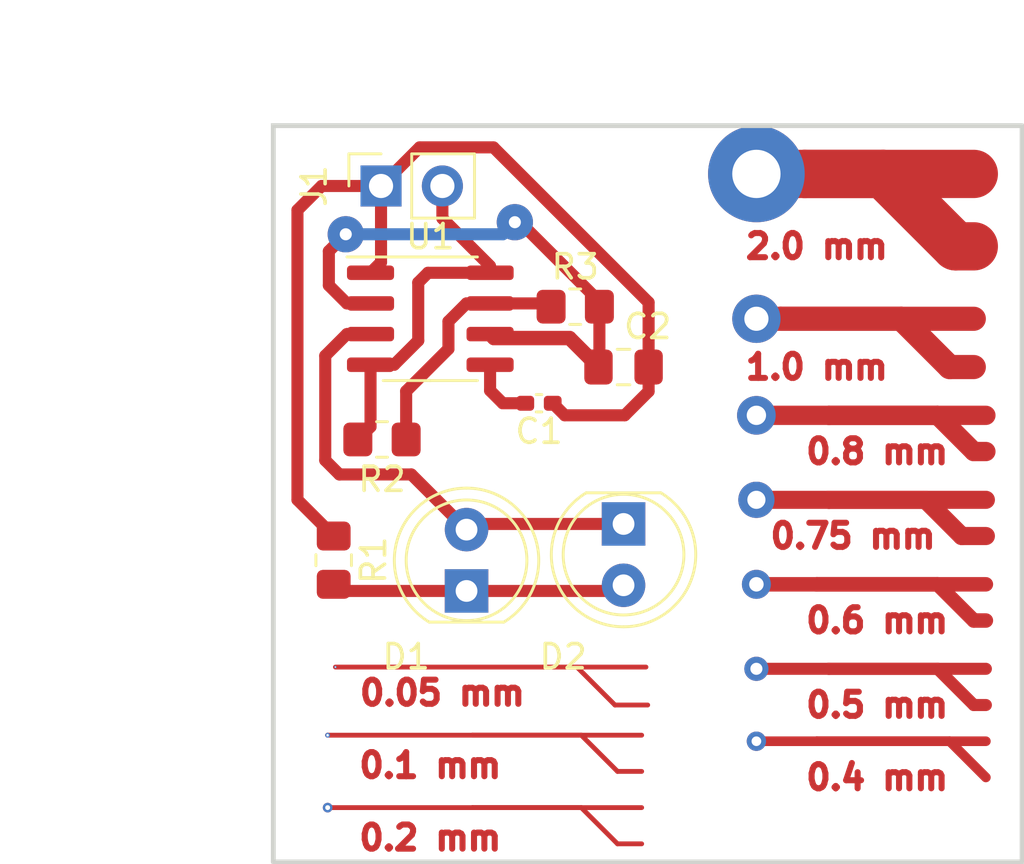
<source format=kicad_pcb>
(kicad_pcb (version 20211014) (generator pcbnew)
  (title_block (title "555-Timer-TestCircet") (date "2022-05-05") (rev "v0.1"))
  (layers (0 "F.Cu" signal) (31 "B.Cu" signal) (34 "B.Paste" user) (35 "F.Paste" user) (36 "B.SilkS" user "B.Silkscreen") (37 "F.SilkS" user "F.Silkscreen") (38 "B.Mask" user) (39 "F.Mask" user) (44 "Edge.Cuts" user))
  (net 0 "")
  (net 1 "GND")
  (net 2 "Net-(C1-Pad2)")
  (net 3 "Net-(C2-Pad1)")
  (net 4 "Net-(D1-Pad1)")
  (net 5 "Net-(D1-Pad2)")
  (net 6 "+5V")
  (net 7 "Net-(R2-Pad1)")
  (footprint "LED_THT:LED_D5.0mm" (layer "F.Cu") (at 33.5 36.5 -90)
    (fp_text reference "D2" (at 5.5 2.5 180) (layer "F.SilkS"))
    (fp_text value "LED")
    (fp_line (start -1.29 -1.545) (end -1.29 1.545) (layer "F.SilkS") (width 0.12))
    (fp_arc (start 4.26 -0.000462) (mid 2.072002 2.880433) (end -1.29 1.54483) (layer "F.SilkS") (width 0.12))
    (fp_arc (start -1.29 -1.54483) (mid 2.072002 -2.880433) (end 4.26 0.000462) (layer "F.SilkS") (width 0.12))
    (fp_circle (center 1.27 0) (end 3.77 0) (layer "F.SilkS") (width 0.12) (fill none))
    (pad "1" thru_hole rect (at 0 0 270) (size 1.8 1.8) (drill 0.9) (layers *.Cu *.Mask) (net 5 "Net-(D1-Pad2)"))
    (pad "2" thru_hole circle (at 2.54 0 270) (size 1.8 1.8) (drill 0.9) (layers *.Cu *.Mask) (net 4 "Net-(D1-Pad1)"))
  )
  (footprint "Connector_PinSocket_2.54mm:PinSocket_1x02_P2.54mm_Vertical" (layer "F.Cu") (at 23.46 22.5 90)
    (fp_text reference "J1" (at 0 -2.77 90) (layer "F.SilkS"))
    (fp_text value "Conn_01x02_Male")
    (fp_line (start 1.33 -1.33) (end 1.33 0) (layer "F.SilkS") (width 0.12))
    (fp_line (start -1.33 3.87) (end 1.33 3.87) (layer "F.SilkS") (width 0.12))
    (fp_line (start 0 -1.33) (end 1.33 -1.33) (layer "F.SilkS") (width 0.12))
    (fp_line (start -1.33 1.27) (end -1.33 3.87) (layer "F.SilkS") (width 0.12))
    (fp_line (start 1.33 1.27) (end 1.33 3.87) (layer "F.SilkS") (width 0.12))
    (fp_line (start -1.33 1.27) (end 1.33 1.27) (layer "F.SilkS") (width 0.12))
    (pad "1" thru_hole rect (at 0 0 90) (size 1.7 1.7) (drill 1) (layers *.Cu *.Mask) (net 1 "GND"))
    (pad "2" thru_hole oval (at 0 2.54 90) (size 1.7 1.7) (drill 1) (layers *.Cu *.Mask) (net 6 "+5V"))
  )
  (footprint "Resistor_SMD:R_0805_2012Metric_Pad1.20x1.40mm_HandSolder" (layer "F.Cu") (at 21.5 38 -90)
    (fp_text reference "R1" (at 0 -1.65 90) (layer "F.SilkS"))
    (fp_text value "220")
    (fp_line (start -0.227064 -0.735) (end 0.227064 -0.735) (layer "F.SilkS") (width 0.12))
    (fp_line (start -0.227064 0.735) (end 0.227064 0.735) (layer "F.SilkS") (width 0.12))
    (pad "1" smd roundrect (at -1 0 270) (size 1.2 1.4) (layers "F.Cu" "F.Paste" "F.Mask") (roundrect_rratio 0.2083333333) (net 1 "GND"))
    (pad "2" smd roundrect (at 1 0 270) (size 1.2 1.4) (layers "F.Cu" "F.Paste" "F.Mask") (roundrect_rratio 0.2083333333) (net 4 "Net-(D1-Pad1)"))
  )
  (footprint "LED_THT:LED_D5.0mm" (layer "F.Cu") (at 27 39.275 90)
    (fp_text reference "D1" (at -2.725 -2.5 180) (layer "F.SilkS"))
    (fp_text value "LED")
    (fp_line (start -1.29 -1.545) (end -1.29 1.545) (layer "F.SilkS") (width 0.12))
    (fp_arc (start 4.26 -0.000462) (mid 2.072002 2.880433) (end -1.29 1.54483) (layer "F.SilkS") (width 0.12))
    (fp_arc (start -1.29 -1.54483) (mid 2.072002 -2.880433) (end 4.26 0.000462) (layer "F.SilkS") (width 0.12))
    (fp_circle (center 1.27 0) (end 3.77 0) (layer "F.SilkS") (width 0.12) (fill none))
    (pad "1" thru_hole rect (at 0 0 90) (size 1.8 1.8) (drill 0.9) (layers *.Cu *.Mask) (net 4 "Net-(D1-Pad1)"))
    (pad "2" thru_hole circle (at 2.54 0 90) (size 1.8 1.8) (drill 0.9) (layers *.Cu *.Mask) (net 5 "Net-(D1-Pad2)"))
  )
  (footprint "Resistor_SMD:R_0805_2012Metric_Pad1.20x1.40mm_HandSolder" (layer "F.Cu") (at 23.5 33 180)
    (fp_text reference "R2" (at 0 -1.65) (layer "F.SilkS"))
    (fp_text value "40k")
    (fp_line (start -0.227064 0.735) (end 0.227064 0.735) (layer "F.SilkS") (width 0.12))
    (fp_line (start -0.227064 -0.735) (end 0.227064 -0.735) (layer "F.SilkS") (width 0.12))
    (pad "1" smd roundrect (at -1 0 180) (size 1.2 1.4) (layers "F.Cu" "F.Paste" "F.Mask") (roundrect_rratio 0.2083333333) (net 7 "Net-(R2-Pad1)"))
    (pad "2" smd roundrect (at 1 0 180) (size 1.2 1.4) (layers "F.Cu" "F.Paste" "F.Mask") (roundrect_rratio 0.2083333333) (net 6 "+5V"))
  )
  (footprint "Capacitor_SMD:C_0402_1005Metric_Pad0.74x0.62mm_HandSolder" (layer "F.Cu") (at 30 31.5 180)
    (fp_text reference "C1" (at 0 -1.16) (layer "F.SilkS"))
    (fp_text value "10n")
    (fp_line (start -0.115835 -0.36) (end 0.115835 -0.36) (layer "F.SilkS") (width 0.12))
    (fp_line (start -0.115835 0.36) (end 0.115835 0.36) (layer "F.SilkS") (width 0.12))
    (pad "1" smd roundrect (at -0.5675 0 180) (size 0.735 0.62) (layers "F.Cu" "F.Paste" "F.Mask") (net 1 "GND"))
    (pad "2" smd roundrect (at 0.5675 0 180) (size 0.735 0.62) (layers "F.Cu" "F.Paste" "F.Mask") (net 2 "Net-(C1-Pad2)"))
  )
  (footprint "Capacitor_SMD:C_0805_2012Metric_Pad1.18x1.45mm_HandSolder" (layer "F.Cu") (at 33.5 30)
    (fp_text reference "C2" (at 1 -1.68) (layer "F.SilkS"))
    (fp_text value "10µ")
    (fp_line (start -0.261252 0.735) (end 0.261252 0.735) (layer "F.SilkS") (width 0.12))
    (fp_line (start -0.261252 -0.735) (end 0.261252 -0.735) (layer "F.SilkS") (width 0.12))
    (pad "1" smd roundrect (at -1.0375 0) (size 1.175 1.45) (layers "F.Cu" "F.Paste" "F.Mask") (roundrect_rratio 0.2127659574) (net 3 "Net-(C2-Pad1)"))
    (pad "2" smd roundrect (at 1.0375 0) (size 1.175 1.45) (layers "F.Cu" "F.Paste" "F.Mask") (roundrect_rratio 0.2127659574) (net 1 "GND"))
  )
  (footprint "Package_SO:SOIC-8_3.9x4.9mm_P1.27mm" (layer "F.Cu") (at 25.5 28)
    (fp_text reference "U1" (at 0 -3.4) (layer "F.SilkS"))
    (fp_text value "NE555D")
    (fp_line (start 0 2.56) (end 1.95 2.56) (layer "F.SilkS") (width 0.12))
    (fp_line (start 0 -2.56) (end 1.95 -2.56) (layer "F.SilkS") (width 0.12))
    (fp_line (start 0 -2.56) (end -3.45 -2.56) (layer "F.SilkS") (width 0.12))
    (fp_line (start 0 2.56) (end -1.95 2.56) (layer "F.SilkS") (width 0.12))
    (pad "1" smd roundrect (at -2.475 -1.905) (size 1.95 0.6) (layers "F.Cu" "F.Paste" "F.Mask") (net 1 "GND"))
    (pad "2" smd roundrect (at -2.475 -0.635) (size 1.95 0.6) (layers "F.Cu" "F.Paste" "F.Mask") (net 3 "Net-(C2-Pad1)"))
    (pad "3" smd roundrect (at -2.475 0.635) (size 1.95 0.6) (layers "F.Cu" "F.Paste" "F.Mask") (net 5 "Net-(D1-Pad2)"))
    (pad "4" smd roundrect (at -2.475 1.905) (size 1.95 0.6) (layers "F.Cu" "F.Paste" "F.Mask") (net 6 "+5V"))
    (pad "5" smd roundrect (at 2.475 1.905) (size 1.95 0.6) (layers "F.Cu" "F.Paste" "F.Mask") (net 2 "Net-(C1-Pad2)"))
    (pad "6" smd roundrect (at 2.475 0.635) (size 1.95 0.6) (layers "F.Cu" "F.Paste" "F.Mask") (net 3 "Net-(C2-Pad1)"))
    (pad "7" smd roundrect (at 2.475 -0.635) (size 1.95 0.6) (layers "F.Cu" "F.Paste" "F.Mask") (net 7 "Net-(R2-Pad1)"))
    (pad "8" smd roundrect (at 2.475 -1.905) (size 1.95 0.6) (layers "F.Cu" "F.Paste" "F.Mask") (net 6 "+5V"))
  )
  (footprint "Resistor_SMD:R_0805_2012Metric_Pad1.20x1.40mm_HandSolder" (layer "F.Cu") (at 31.5 27.5)
    (fp_text reference "R3" (at 0 -1.65) (layer "F.SilkS"))
    (fp_text value "10k")
    (fp_line (start -0.227064 -0.735) (end 0.227064 -0.735) (layer "F.SilkS") (width 0.12))
    (fp_line (start -0.227064 0.735) (end 0.227064 0.735) (layer "F.SilkS") (width 0.12))
    (pad "1" smd roundrect (at -1 0) (size 1.2 1.4) (layers "F.Cu" "F.Paste" "F.Mask") (roundrect_rratio 0.2083333333) (net 7 "Net-(R2-Pad1)"))
    (pad "2" smd roundrect (at 1 0) (size 1.2 1.4) (layers "F.Cu" "F.Paste" "F.Mask") (roundrect_rratio 0.2083333333) (net 3 "Net-(C2-Pad1)"))
  )
  (gr_rect (start 19 20) (end 50 50.5) (layer "Edge.Cuts") (width 0.2) (fill none))
  (gr_text "0.2 mm" (at 25.5 49.5) (layer "F.Cu") (effects (font (size 1 1) (thickness 0.25))))
  (gr_text "1.0 mm" (at 41.5 30) (layer "F.Cu") (effects (font (size 1 1) (thickness 0.25))))
  (gr_text "0.05 mm" (at 26 43.5) (layer "F.Cu") (effects (font (size 1 1) (thickness 0.25))))
  (gr_text "0.8 mm" (at 44 33.5) (layer "F.Cu") (effects (font (size 1 1) (thickness 0.25))))
  (gr_text "0.75 mm" (at 43 37) (layer "F.Cu") (effects (font (size 1 1) (thickness 0.25))))
  (gr_text "0.6 mm" (at 44 40.5) (layer "F.Cu") (effects (font (size 1 1) (thickness 0.25))))
  (gr_text "0.4 mm" (at 44 47) (layer "F.Cu") (effects (font (size 1 1) (thickness 0.25))))
  (gr_text "0.5 mm" (at 44 44) (layer "F.Cu") (effects (font (size 1 1) (thickness 0.25))))
  (gr_text "2.0 mm" (at 41.5 25) (layer "F.Cu") (effects (font (size 1 1) (thickness 0.25))))
  (gr_text "0.1 mm" (at 25.5 46.5) (layer "F.Cu") (effects (font (size 1 1) (thickness 0.25))))
  (segment (start 48.5 45.5) (end 41.5 45.5) (width 0.4) (layer "F.Cu") (net 0))
  (segment (start 46 35.5) (end 47.5 37) (width 0.75) (layer "F.Cu") (net 0))
  (segment (start 21.25 45.25) (end 27.25 45.25) (width 0.2) (layer "F.Cu") (net 0))
  (segment (start 39 39) (end 41.5 39) (width 0.6) (layer "F.Cu") (net 0))
  (segment (start 41.5 39) (end 48.5 39) (width 0.6) (layer "F.Cu") (net 0))
  (segment (start 31.75 48.25) (end 33.25 49.75) (width 0.2) (layer "F.Cu") (net 0))
  (segment (start 31.75 45.25) (end 33.25 46.75) (width 0.2) (layer "F.Cu") (net 0))
  (segment (start 40 28) (end 45 28) (width 1) (layer "F.Cu") (net 0))
  (segment (start 27.25 48.25) (end 21.25 48.25) (width 0.2) (layer "F.Cu") (net 0))
  (segment (start 48 44) (end 48.5 44) (width 0.5) (layer "F.Cu") (net 0))
  (segment (start 47.5 37) (end 48.5 37) (width 0.75) (layer "F.Cu") (net 0))
  (segment (start 34.25 48.25) (end 27.25 48.25) (width 0.2) (layer "F.Cu") (net 0))
  (segment (start 44.25 22) (end 47.25 25) (width 2) (layer "F.Cu") (net 0))
  (segment (start 41.5 39) (end 46.5 39) (width 0.6) (layer "F.Cu") (net 0))
  (segment (start 47 45.5) (end 48.5 47) (width 0.4) (layer "F.Cu") (net 0))
  (segment (start 45 28) (end 47 30) (width 1) (layer "F.Cu") (net 0))
  (segment (start 39 22) (end 41 22) (width 2) (layer "F.Cu") (net 0))
  (segment (start 39 42.5) (end 42 42.5) (width 0.5) (layer "F.Cu") (net 0))
  (segment (start 33.14428 44) (end 34.5 44) (width 0.2) (layer "F.Cu") (net 0))
  (segment (start 39 28) (end 40 28) (width 1) (layer "F.Cu") (net 0))
  (segment (start 41 22) (end 48 22) (width 2) (layer "F.Cu") (net 0))
  (segment (start 48 40.5) (end 48.5 40.5) (width 0.6) (layer "F.Cu") (net 0))
  (segment (start 48.5 32) (end 42 32) (width 0.8) (layer "F.Cu") (net 0))
  (segment (start 39 35.5) (end 42 35.5) (width 0.75) (layer "F.Cu") (net 0))
  (segment (start 27.25 48.25) (end 31.75 48.25) (width 0.2) (layer "F.Cu") (net 0))
  (segment (start 47.25 25) (end 48 25) (width 2) (layer "F.Cu") (net 0))
  (segment (start 42 35.5) (end 48.5 35.5) (width 0.75) (layer "F.Cu") (net 0))
  (segment (start 21.57214 42.42786) (end 31.57214 42.42786) (width 0.2) (layer "F.Cu") (net 0))
  (segment (start 41.5 45.5) (end 47 45.5) (width 0.4) (layer "F.Cu") (net 0))
  (segment (start 31.57214 42.42786) (end 33.14428 44) (width 0.2) (layer "F.Cu") (net 0))
  (segment (start 46.5 42.5) (end 48 44) (width 0.5) (layer "F.Cu") (net 0))
  (segment (start 33.25 49.75) (end 34.25 49.75) (width 0.2) (layer "F.Cu") (net 0))
  (segment (start 42 42.5) (end 48.5 42.5) (width 0.5) (layer "F.Cu") (net 0))
  (segment (start 27.25 45.25) (end 34.25 45.25) (width 0.2) (layer "F.Cu") (net 0))
  (segment (start 41 22) (end 44.25 22) (width 2) (layer "F.Cu") (net 0))
  (segment (start 42 35.5) (end 46 35.5) (width 0.75) (layer "F.Cu") (net 0))
  (segment (start 46.5 39) (end 48 40.5) (width 0.6) (layer "F.Cu") (net 0))
  (segment (start 41.5 45.5) (end 39 45.5) (width 0.4) (layer "F.Cu") (net 0))
  (segment (start 42 32) (end 39 32) (width 0.8) (layer "F.Cu") (net 0))
  (segment (start 31.57214 42.42786) (end 34.42786 42.42786) (width 0.2) (layer "F.Cu") (net 0))
  (segment (start 48 33.5) (end 48.5 33.5) (width 0.8) (layer "F.Cu") (net 0))
  (segment (start 42 42.5) (end 46.5 42.5) (width 0.5) (layer "F.Cu") (net 0))
  (segment (start 42 32) (end 46.5 32) (width 0.8) (layer "F.Cu") (net 0))
  (segment (start 46.5 32) (end 48 33.5) (width 0.8) (layer "F.Cu") (net 0))
  (segment (start 33.25 46.75) (end 34.25 46.75) (width 0.2) (layer "F.Cu") (net 0))
  (segment (start 47 30) (end 48 30) (width 1) (layer "F.Cu") (net 0))
  (segment (start 40 28) (end 48 28) (width 1) (layer "F.Cu") (net 0))
  (segment (start 27.25 45.25) (end 31.75 45.25) (width 0.2) (layer "F.Cu") (net 0))
  (via (at 39 35.5) (size 1.5) (drill 0.75) (layers "F.Cu" "B.Cu") (net 0))
  (via (at 39 22) (size 4) (drill 2) (layers "F.Cu" "B.Cu") (net 0))
  (via (at 39 28) (size 2) (drill 1) (layers "F.Cu" "B.Cu") (net 0))
  (via (at 39 39) (size 1.2) (drill 0.6) (layers "F.Cu" "B.Cu") (net 0))
  (via (at 21.57214 42.42786) (size 0.1) (drill 0.05) (layers "F.Cu" "B.Cu") (net 0))
  (via (at 39 45.5) (size 0.8) (drill 0.4) (layers "F.Cu" "B.Cu") (net 0))
  (via (at 21.25 48.25) (size 0.4) (drill 0.2) (layers "F.Cu" "B.Cu") (net 0))
  (via (at 39 42.5) (size 1) (drill 0.5) (layers "F.Cu" "B.Cu") (net 0))
  (via (at 39 32) (size 1.6) (drill 0.8) (layers "F.Cu" "B.Cu") (net 0))
  (via (at 21.25 45.25) (size 0.2) (drill 0.1) (layers "F.Cu" "B.Cu") (net 0))
  (segment (start 23.46 22.5) (end 25.059511 20.900489) (width 0.5) (layer "F.Cu") (net 1))
  (segment (start 23.46 25.66) (end 23.025 26.095) (width 0.5) (layer "F.Cu") (net 1))
  (segment (start 21 22.5) (end 20 23.5) (width 0.5) (layer "F.Cu") (net 1))
  (segment (start 25.059511 20.900489) (end 28.114023 20.900489) (width 0.5) (layer "F.Cu") (net 1))
  (segment (start 31.0675 32) (end 33.547134 32) (width 0.5) (layer "F.Cu") (net 1))
  (segment (start 20 23.5) (end 20 35.5) (width 0.5) (layer "F.Cu") (net 1))
  (segment (start 28.114023 20.900489) (end 34.5375 27.323966) (width 0.5) (layer "F.Cu") (net 1))
  (segment (start 34.5375 27.323966) (end 34.5375 30) (width 0.5) (layer "F.Cu") (net 1))
  (segment (start 20 35.5) (end 21.5 37) (width 0.5) (layer "F.Cu") (net 1))
  (segment (start 34.5375 31.009634) (end 34.5375 30) (width 0.5) (layer "F.Cu") (net 1))
  (segment (start 33.547134 32) (end 34.5375 31.009634) (width 0.5) (layer "F.Cu") (net 1))
  (segment (start 23.46 22.5) (end 23.46 25.66) (width 0.5) (layer "F.Cu") (net 1))
  (segment (start 23.46 22.5) (end 21 22.5) (width 0.5) (layer "F.Cu") (net 1))
  (segment (start 30.5675 31.5) (end 31.0675 32) (width 0.5) (layer "F.Cu") (net 1))
  (segment (start 27.975 30.975) (end 28.5 31.5) (width 0.5) (layer "F.Cu") (net 2))
  (segment (start 28.5 31.5) (end 29.4325 31.5) (width 0.5) (layer "F.Cu") (net 2))
  (segment (start 27.975 29.905) (end 27.975 30.975) (width 0.5) (layer "F.Cu") (net 2))
  (segment (start 27.975 28.635) (end 28.13952 28.79952) (width 0.6) (layer "F.Cu") (net 3))
  (segment (start 21.30048 26.617593) (end 22.047887 27.365) (width 0.5) (layer "F.Cu") (net 3))
  (segment (start 32.5 27.286466) (end 29.213534 24) (width 0.5) (layer "F.Cu") (net 3))
  (segment (start 21.30048 25.19952) (end 21.30048 26.617593) (width 0.5) (layer "F.Cu") (net 3))
  (segment (start 32.5 27.5) (end 32.5 29.9625) (width 0.5) (layer "F.Cu") (net 3))
  (segment (start 32.5 27.5) (end 32.5 27.286466) (width 0.5) (layer "F.Cu") (net 3))
  (segment (start 32.5 29.9625) (end 32.4625 30) (width 0.5) (layer "F.Cu") (net 3))
  (segment (start 22 24.5) (end 21.30048 25.19952) (width 0.5) (layer "F.Cu") (net 3))
  (segment (start 29.213534 24) (end 29 24) (width 0.5) (layer "F.Cu") (net 3))
  (segment (start 31.26202 28.79952) (end 32.4625 30) (width 0.6) (layer "F.Cu") (net 3))
  (segment (start 22.047887 27.365) (end 23.025 27.365) (width 0.5) (layer "F.Cu") (net 3))
  (segment (start 28.13952 28.79952) (end 31.26202 28.79952) (width 0.6) (layer "F.Cu") (net 3))
  (via (at 22 24.5) (size 1.5) (drill 0.5) (layers "F.Cu" "B.Cu") (net 3))
  (via (at 29 24) (size 1.5) (drill 0.5) (layers "F.Cu" "B.Cu") (net 3))
  (segment (start 29 24) (end 28.5 24.5) (width 0.5) (layer "B.Cu") (net 3))
  (segment (start 28.5 24.5) (end 22 24.5) (width 0.5) (layer "B.Cu") (net 3))
  (segment (start 21.775 39.275) (end 21.5 39) (width 0.5) (layer "F.Cu") (net 4))
  (segment (start 27 39.275) (end 21.775 39.275) (width 0.5) (layer "F.Cu") (net 4))
  (segment (start 33.265 39.275) (end 33.5 39.04) (width 0.5) (layer "F.Cu") (net 4))
  (segment (start 27 39.275) (end 33.265 39.275) (width 0.5) (layer "F.Cu") (net 4))
  (segment (start 22.047887 28.635) (end 21.15048 29.532407) (width 0.5) (layer "F.Cu") (net 5))
  (segment (start 21.735986 34.44952) (end 24.71452 34.44952) (width 0.5) (layer "F.Cu") (net 5))
  (segment (start 23.025 28.635) (end 22.047887 28.635) (width 0.5) (layer "F.Cu") (net 5))
  (segment (start 24.71452 34.44952) (end 27 36.735) (width 0.5) (layer "F.Cu") (net 5))
  (segment (start 27.235 36.5) (end 27 36.735) (width 0.5) (layer "F.Cu") (net 5))
  (segment (start 33.5 36.5) (end 27.235 36.5) (width 0.5) (layer "F.Cu") (net 5))
  (segment (start 21.15048 29.532407) (end 21.15048 33.864014) (width 0.5) (layer "F.Cu") (net 5))
  (segment (start 21.15048 33.864014) (end 21.735986 34.44952) (width 0.5) (layer "F.Cu") (net 5))
  (segment (start 23.025 29.905) (end 24.002113 29.905) (width 0.5) (layer "F.Cu") (net 6))
  (segment (start 23.025 29.905) (end 23.025 32.475) (width 0.5) (layer "F.Cu") (net 6))
  (segment (start 23.025 32.475) (end 22.5 33) (width 0.5) (layer "F.Cu") (net 6))
  (segment (start 24.002113 29.905) (end 25 28.907113) (width 0.5) (layer "F.Cu") (net 6))
  (segment (start 26 22.5) (end 26 23.84048) (width 0.5) (layer "F.Cu") (net 6))
  (segment (start 25.405 26.095) (end 27.975 26.095) (width 0.5) (layer "F.Cu") (net 6))
  (segment (start 26 23.84048) (end 27.975 25.81548) (width 0.5) (layer "F.Cu") (net 6))
  (segment (start 25 28.907113) (end 25 26.5) (width 0.5) (layer "F.Cu") (net 6))
  (segment (start 25 26.5) (end 25.405 26.095) (width 0.5) (layer "F.Cu") (net 6))
  (segment (start 27.975 27.365) (end 30.365 27.365) (width 0.5) (layer "F.Cu") (net 7))
  (segment (start 24.5 31) (end 24.5 33) (width 0.5) (layer "F.Cu") (net 7))
  (segment (start 26.997887 27.365) (end 26.25048 28.112407) (width 0.5) (layer "F.Cu") (net 7))
  (segment (start 26.25048 28.112407) (end 26.25048 29.24952) (width 0.5) (layer "F.Cu") (net 7))
  (segment (start 30.365 27.365) (end 30.5 27.5) (width 0.5) (layer "F.Cu") (net 7))
  (segment (start 27.975 27.365) (end 26.997887 27.365) (width 0.5) (layer "F.Cu") (net 7))
  (segment (start 26.25048 29.24952) (end 24.5 31) (width 0.5) (layer "F.Cu") (net 7))
)
</source>
